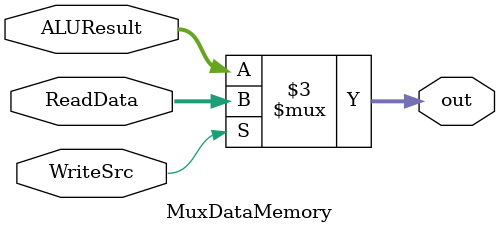
<source format=v>
module MuxDataMemory(ReadData, ALUResult, WriteSrc, out);

    input [31:0] ReadData, ALUResult;
    input WriteSrc;
    output reg [31:0] out;

    always @* begin
        if (WriteSrc) begin
            out = ReadData;
        end
        else begin
            out = ALUResult;
        end
    end
endmodule
</source>
